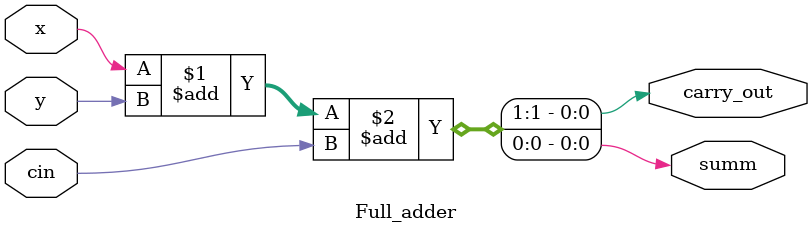
<source format=v>
module Full_adder(input x, y, cin, output summ, carry_out

    );
 assign {carry_out, summ} = x+y+cin;
endmodule
</source>
